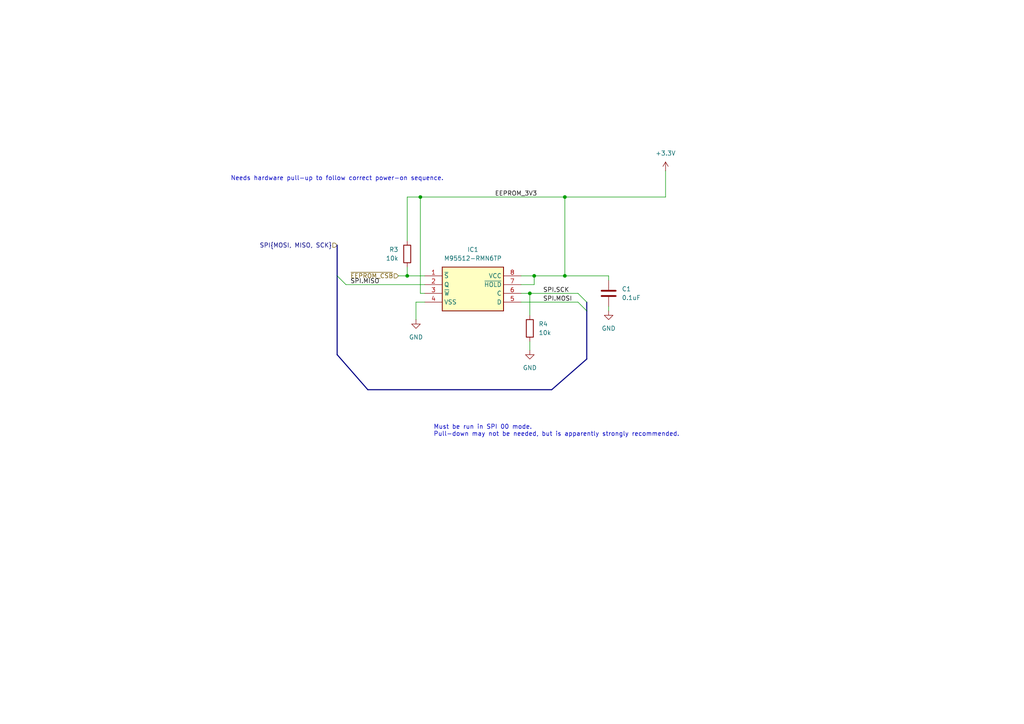
<source format=kicad_sch>
(kicad_sch (version 20250114) (generator "eeschema") (generator_version "9.0")
  (paper "A4")
  (lib_symbols
    (symbol "Device:C" (pin_numbers (hide yes)) (pin_names (offset 0.254))
      (property "Reference" "C" (at 0.635 2.54 0))
      (property "Value" "C" (at 0.635 -2.54 0))
      (symbol "C_0_1"
        (polyline (pts (xy -2.032 0.762) (xy 2.032 0.762)) (stroke (width 0.508)))
        (polyline (pts (xy -2.032 -0.762) (xy 2.032 -0.762)) (stroke (width 0.508)))
      )
      (symbol "C_1_1"
        (pin passive line (at 0 3.81 270) (length 2.794) (name "~") (number "1"))
        (pin passive line (at 0 -3.81 90) (length 2.794) (name "~") (number "2"))
      )
    )
    (symbol "Device:R" (pin_numbers (hide yes)) (pin_names (offset 0))
      (property "Reference" "R" (at 2.032 0 90))
      (property "Value" "R" (at 0 0 90))
      (symbol "R_0_1"
        (rectangle (start -1.016 -2.54) (end 1.016 2.54) (stroke (width 0.254)))
      )
      (symbol "R_1_1"
        (pin passive line (at 0 3.81 270) (length 1.27) (name "~") (number "1"))
        (pin passive line (at 0 -3.81 90) (length 1.27) (name "~") (number "2"))
      )
    )
    (symbol "SamacSys_Parts:M95512-RMN6TP"
      (property "Reference" "IC" (at 24.13 7.62 0))
      (property "Value" "M95512-RMN6TP" (at 24.13 5.08 0))
      (symbol "M95512-RMN6TP_1_1"
        (rectangle (start 5.08 2.54) (end 22.86 -10.16) (stroke (width 0.254)) (fill (type background)))
        (pin passive line (at 0 0 0) (length 5.08) (name "~{S}") (number "1"))
        (pin passive line (at 0 -2.54 0) (length 5.08) (name "Q") (number "2"))
        (pin passive line (at 0 -5.08 0) (length 5.08) (name "~{W}") (number "3"))
        (pin passive line (at 0 -7.62 0) (length 5.08) (name "VSS") (number "4"))
        (pin passive line (at 27.94 0 180) (length 5.08) (name "VCC") (number "8"))
        (pin passive line (at 27.94 -2.54 180) (length 5.08) (name "~{HOLD}") (number "7"))
        (pin passive line (at 27.94 -5.08 180) (length 5.08) (name "C") (number "6"))
        (pin passive line (at 27.94 -7.62 180) (length 5.08) (name "D") (number "5"))
      )
    )
    (symbol "power:+3.3V" (power) (pin_numbers (hide yes)) (pin_names (offset 0) (hide yes))
      (property "Value" "+3.3V" (at 0 3.556 0))
      (symbol "+3.3V_0_1"
        (polyline (pts (xy -0.762 1.27) (xy 0 2.54)))
        (polyline (pts (xy 0 2.54) (xy 0.762 1.27)))
        (polyline (pts (xy 0 0) (xy 0 2.54)))
      )
      (symbol "+3.3V_1_1"
        (pin power_in line (at 0 0 90) (length 0) (name "~") (number "1"))
      )
    )
    (symbol "power:GND" (power) (pin_numbers (hide yes)) (pin_names (offset 0) (hide yes))
      (property "Value" "GND" (at 0 -3.81 0))
      (symbol "GND_0_1"
        (polyline (pts (xy 0 0) (xy 0 -1.27) (xy 1.27 -1.27) (xy 0 -2.54) (xy -1.27 -1.27) (xy 0 -1.27)))
      )
      (symbol "GND_1_1"
        (pin power_in line (at 0 0 270) (length 0) (name "~") (number "1"))
      )
    )
  )
  (text "Needs hardware pull-up to follow correct power-on sequence." (at 97.79 51.816 0) (effects (font (size 1.27 1.27))))
  (text "Must be run in SPI 00 mode.\nPull-down may not be needed, but is apparently strongly recommended." (at 125.73 124.968 0) (effects (font (size 1.27 1.27)) (justify left)))
  (junction (at 163.83 80.01))
  (junction (at 118.11 80.01))
  (junction (at 163.83 57.15))
  (junction (at 153.67 85.09))
  (junction (at 154.94 80.01))
  (junction (at 121.92 57.15))
  (bus_entry (at 167.64 87.63) (size 2.54 2.54))
  (bus_entry (at 167.64 85.09) (size 2.54 2.54))
  (bus_entry (at 97.79 80.01) (size 2.54 2.54))
  (wire (pts (xy 153.67 85.09) (xy 167.64 85.09)))
  (wire (pts (xy 176.53 90.17) (xy 176.53 88.9)))
  (bus (pts (xy 160.02 113.03) (xy 170.18 104.14)))
  (bus (pts (xy 97.79 71.12) (xy 97.79 80.01)))
  (bus (pts (xy 106.68 113.03) (xy 160.02 113.03)))
  (wire (pts (xy 121.92 57.15) (xy 118.11 57.15)))
  (wire (pts (xy 154.94 80.01) (xy 154.94 82.55)))
  (wire (pts (xy 118.11 57.15) (xy 118.11 69.85)))
  (wire (pts (xy 163.83 80.01) (xy 176.53 80.01)))
  (bus (pts (xy 97.79 102.87) (xy 106.68 113.03)))
  (wire (pts (xy 163.83 57.15) (xy 193.04 57.15)))
  (bus (pts (xy 97.79 80.01) (xy 97.79 102.87)))
  (wire (pts (xy 151.13 85.09) (xy 153.67 85.09)))
  (wire (pts (xy 153.67 85.09) (xy 153.67 91.44)))
  (bus (pts (xy 170.18 90.17) (xy 170.18 104.14)))
  (wire (pts (xy 118.11 80.01) (xy 123.19 80.01)))
  (wire (pts (xy 154.94 80.01) (xy 163.83 80.01)))
  (wire (pts (xy 163.83 57.15) (xy 163.83 80.01)))
  (wire (pts (xy 121.92 57.15) (xy 121.92 85.09)))
  (wire (pts (xy 123.19 85.09) (xy 121.92 85.09)))
  (wire (pts (xy 118.11 77.47) (xy 118.11 80.01)))
  (wire (pts (xy 151.13 80.01) (xy 154.94 80.01)))
  (wire (pts (xy 121.92 57.15) (xy 163.83 57.15)))
  (wire (pts (xy 151.13 87.63) (xy 167.64 87.63)))
  (wire (pts (xy 123.19 87.63) (xy 120.65 87.63)))
  (bus (pts (xy 170.18 87.63) (xy 170.18 90.17)))
  (wire (pts (xy 193.04 49.53) (xy 193.04 57.15)))
  (wire (pts (xy 115.57 80.01) (xy 118.11 80.01)))
  (wire (pts (xy 120.65 87.63) (xy 120.65 92.71)))
  (wire (pts (xy 176.53 80.01) (xy 176.53 81.28)))
  (wire (pts (xy 100.33 82.55) (xy 123.19 82.55)))
  (wire (pts (xy 151.13 82.55) (xy 154.94 82.55)))
  (wire (pts (xy 153.67 99.06) (xy 153.67 101.6)))
  (label "SPI.MOSI" (at 157.48 87.63 0))
  (label "SPI.MISO" (at 101.6 82.55 0))
  (label "EEPROM_3V3" (at 143.51 57.15 0))
  (label "SPI.SCK" (at 157.48 85.09 0))
  (hierarchical_label "SPI{MOSI, MISO, SCK}" (shape input) (at 97.79 71.12 180))
  (hierarchical_label "~{EEPROM_CSB}" (shape input) (at 115.57 80.01 180))
  (symbol (lib_id "SamacSys_Parts:M95512-RMN6TP") (at 123.19 80.01 0) (unit 1)
    (property "Reference" "IC1" (at 137.16 72.39 0))
    (property "Value" "M95512-RMN6TP" (at 137.16 74.93 0))
    (property "Footprint" "SamacSys_Parts:SOIC127P600X175-8N" (effects (hide yes)))
    (property "Datasheet" "https://www.st.com/resource/en/datasheet/m95512-w.pdf" (effects (hide yes)))
    (property "Description" "512 Kbit SPI bus EEPROM with high-speed clock" (effects (hide yes)))
    (property "Height" "1.75" (effects (hide yes)))
    (property "Mouser Part Number" "511-M95512-RMN6TP" (effects (hide yes)))
    (property "Mouser Price/Stock" "https://www.mouser.co.uk/ProductDetail/STMicroelectronics/M95512-RMN6TP?qs=D3O9yD6Cgx9SaimnKH25jA%3D%3D" (effects (hide yes)))
    (property "Manufacturer_Name" "STMicroelectronics" (effects (hide yes)))
    (property "Manufacturer_Part_Number" "M95512-RMN6TP" (effects (hide yes)))
  )
  (symbol (lib_id "Device:R") (at 118.11 73.66 0) (unit 1)
    (property "Reference" "R3" (at 115.57 72.3899 0) (effects (justify right)))
    (property "Value" "10k" (at 115.57 74.9299 0) (effects (justify right)))
    (property "Footprint" "Resistor_SMD:R_0402_1005Metric" (effects (hide yes)))
    (property "Description" "Resistor" (effects (hide yes)))
  )
  (symbol (lib_id "power:GND") (at 120.65 92.71 0) (unit 1)
    (property "Reference" "#PWR07" (effects (hide yes)))
    (property "Value" "GND" (at 120.65 97.79 0))
    (property "Description" "Power symbol creates a global label with name \"GND\" , ground" (effects (hide yes)))
  )
  (symbol (lib_id "power:GND") (at 153.67 101.6 0) (unit 1)
    (property "Reference" "#PWR010" (effects (hide yes)))
    (property "Value" "GND" (at 153.67 106.68 0))
    (property "Description" "Power symbol creates a global label with name \"GND\" , ground" (effects (hide yes)))
  )
  (symbol (lib_id "Device:C") (at 176.53 85.09 0) (unit 1)
    (property "Reference" "C1" (at 180.34 83.8199 0) (effects (justify left)))
    (property "Value" "0.1uF" (at 180.34 86.3599 0) (effects (justify left)))
    (property "Footprint" "Capacitor_SMD:C_0402_1005Metric" (effects (hide yes)))
    (property "Description" "Unpolarized capacitor" (effects (hide yes)))
  )
  (symbol (lib_id "power:GND") (at 176.53 90.17 0) (unit 1)
    (property "Reference" "#PWR08" (effects (hide yes)))
    (property "Value" "GND" (at 176.53 95.25 0))
    (property "Description" "Power symbol creates a global label with name \"GND\" , ground" (effects (hide yes)))
  )
  (symbol (lib_id "power:+3.3V") (at 193.04 49.53 0) (unit 1)
    (property "Reference" "#PWR09" (effects (hide yes)))
    (property "Value" "+3.3V" (at 193.04 44.45 0))
    (property "Description" "Power symbol creates a global label with name \"+3.3V\"" (effects (hide yes)))
  )
  (symbol (lib_id "Device:R") (at 153.67 95.25 0) (unit 1)
    (property "Reference" "R4" (at 156.21 93.9799 0) (effects (justify left)))
    (property "Value" "10k" (at 156.21 96.5199 0) (effects (justify left)))
    (property "Footprint" "Resistor_SMD:R_0402_1005Metric" (effects (hide yes)))
    (property "Description" "Resistor" (effects (hide yes)))
  )
)
</source>
